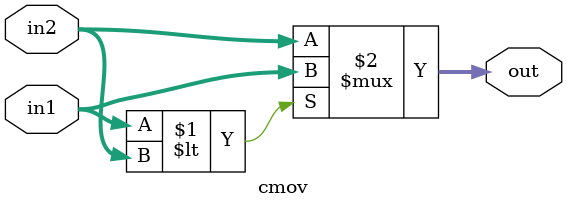
<source format=v>
`timescale 1ns / 1ps


module cmov #(parameter N = 32) (in1, in2, out);
    input [N-1:0] in1,in2;
    output [N-1:0] out;
    assign out = (in1 < in2) ? in1 : in2;
endmodule

</source>
